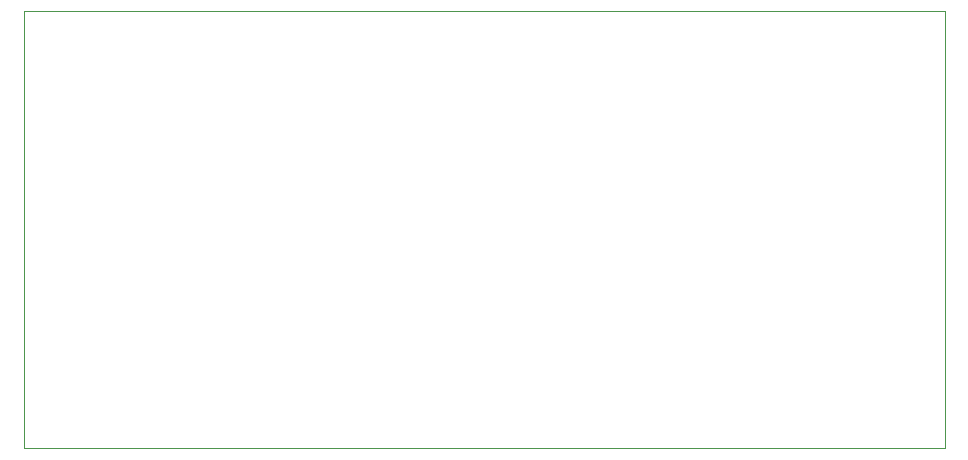
<source format=gm1>
G04 #@! TF.GenerationSoftware,KiCad,Pcbnew,(6.0.7)*
G04 #@! TF.CreationDate,2022-10-05T21:11:47-04:00*
G04 #@! TF.ProjectId,Dogometer_v1,446f676f-6d65-4746-9572-5f76312e6b69,rev?*
G04 #@! TF.SameCoordinates,Original*
G04 #@! TF.FileFunction,Profile,NP*
%FSLAX46Y46*%
G04 Gerber Fmt 4.6, Leading zero omitted, Abs format (unit mm)*
G04 Created by KiCad (PCBNEW (6.0.7)) date 2022-10-05 21:11:47*
%MOMM*%
%LPD*%
G01*
G04 APERTURE LIST*
G04 #@! TA.AperFunction,Profile*
%ADD10C,0.100000*%
G04 #@! TD*
G04 APERTURE END LIST*
D10*
X106100000Y-85000000D02*
X184100000Y-85000000D01*
X184100000Y-85000000D02*
X184100000Y-122000000D01*
X184100000Y-122000000D02*
X106100000Y-122000000D01*
X106100000Y-122000000D02*
X106100000Y-85000000D01*
M02*

</source>
